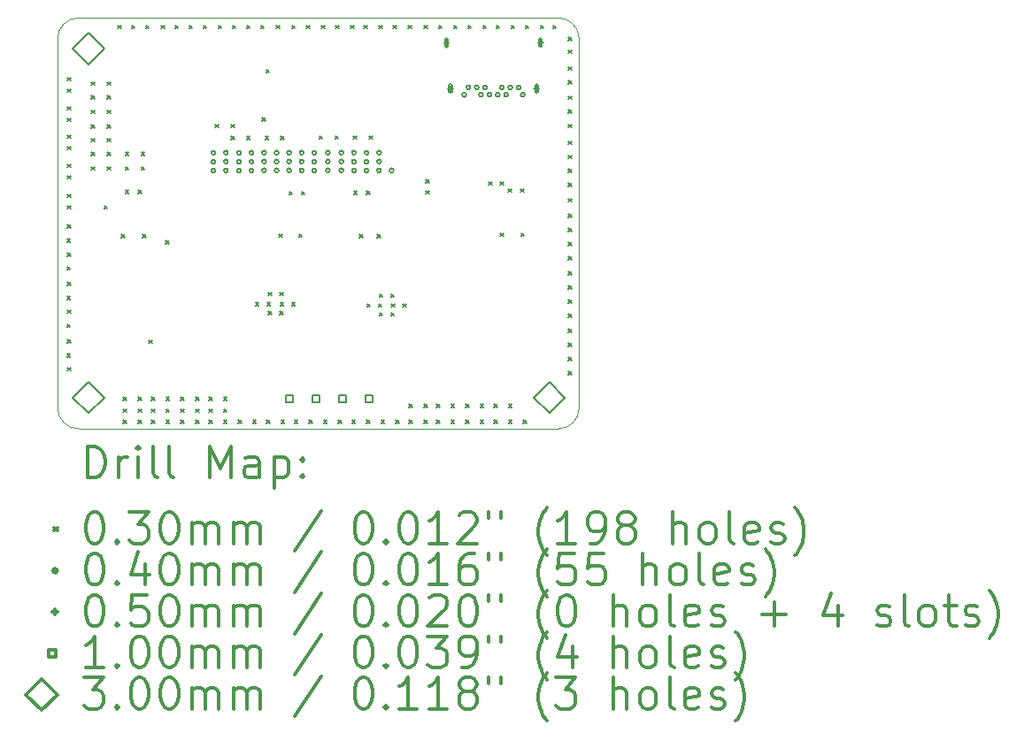
<source format=gbr>
%FSLAX45Y45*%
G04 Gerber Fmt 4.5, Leading zero omitted, Abs format (unit mm)*
G04 Created by KiCad (PCBNEW (5.1.5)-3) date 2020-04-20 22:46:28*
%MOMM*%
%LPD*%
G04 APERTURE LIST*
%TA.AperFunction,Profile*%
%ADD10C,0.050000*%
%TD*%
%ADD11C,0.200000*%
%ADD12C,0.300000*%
G04 APERTURE END LIST*
D10*
X4990000Y200000D02*
G75*
G02X4790000Y0I-200000J0D01*
G01*
X200000Y0D02*
G75*
G02X0Y200000I0J200000D01*
G01*
X0Y3735000D02*
G75*
G02X200000Y3935000I200000J0D01*
G01*
X4790000Y3935000D02*
G75*
G02X4990000Y3735000I0J-200000D01*
G01*
X4790000Y0D02*
X200000Y0D01*
X4990000Y3735000D02*
X4990000Y200000D01*
X4790000Y3935000D02*
X200000Y3935000D01*
X0Y3735000D02*
X0Y200000D01*
D11*
X90000Y1820000D02*
X120000Y1790000D01*
X120000Y1820000D02*
X90000Y1790000D01*
X90000Y1550000D02*
X120000Y1520000D01*
X120000Y1550000D02*
X90000Y1520000D01*
X90000Y1270000D02*
X120000Y1240000D01*
X120000Y1270000D02*
X90000Y1240000D01*
X90000Y1000000D02*
X120000Y970000D01*
X120000Y1000000D02*
X90000Y970000D01*
X90000Y720000D02*
X120000Y690000D01*
X120000Y720000D02*
X90000Y690000D01*
X95000Y3365000D02*
X125000Y3335000D01*
X125000Y3365000D02*
X95000Y3335000D01*
X95000Y3255000D02*
X125000Y3225000D01*
X125000Y3255000D02*
X95000Y3225000D01*
X95000Y3085000D02*
X125000Y3055000D01*
X125000Y3085000D02*
X95000Y3055000D01*
X95000Y2975000D02*
X125000Y2945000D01*
X125000Y2975000D02*
X95000Y2945000D01*
X95000Y2815000D02*
X125000Y2785000D01*
X125000Y2815000D02*
X95000Y2785000D01*
X95000Y2705000D02*
X125000Y2675000D01*
X125000Y2705000D02*
X95000Y2675000D01*
X95000Y2535000D02*
X125000Y2505000D01*
X125000Y2535000D02*
X95000Y2505000D01*
X95000Y2425000D02*
X125000Y2395000D01*
X125000Y2425000D02*
X95000Y2395000D01*
X95000Y2245000D02*
X125000Y2215000D01*
X125000Y2245000D02*
X95000Y2215000D01*
X95000Y2135000D02*
X125000Y2105000D01*
X125000Y2135000D02*
X95000Y2105000D01*
X95000Y1955000D02*
X125000Y1925000D01*
X125000Y1955000D02*
X95000Y1925000D01*
X95000Y1685000D02*
X125000Y1655000D01*
X125000Y1685000D02*
X95000Y1655000D01*
X95000Y1405000D02*
X125000Y1375000D01*
X125000Y1405000D02*
X95000Y1375000D01*
X95000Y1135000D02*
X125000Y1105000D01*
X125000Y1135000D02*
X95000Y1105000D01*
X95000Y855000D02*
X125000Y825000D01*
X125000Y855000D02*
X95000Y825000D01*
X95000Y585000D02*
X125000Y555000D01*
X125000Y585000D02*
X95000Y555000D01*
X325000Y3320000D02*
X355000Y3290000D01*
X355000Y3320000D02*
X325000Y3290000D01*
X325000Y3190000D02*
X355000Y3160000D01*
X355000Y3190000D02*
X325000Y3160000D01*
X325000Y3050000D02*
X355000Y3020000D01*
X355000Y3050000D02*
X325000Y3020000D01*
X325000Y2910000D02*
X355000Y2880000D01*
X355000Y2910000D02*
X325000Y2880000D01*
X325000Y2780000D02*
X355000Y2750000D01*
X355000Y2780000D02*
X325000Y2750000D01*
X325000Y2650000D02*
X355000Y2620000D01*
X355000Y2650000D02*
X325000Y2620000D01*
X325000Y2510000D02*
X355000Y2480000D01*
X355000Y2510000D02*
X325000Y2480000D01*
X445000Y2135000D02*
X475000Y2105000D01*
X475000Y2135000D02*
X445000Y2105000D01*
X475000Y3320000D02*
X505000Y3290000D01*
X505000Y3320000D02*
X475000Y3290000D01*
X475000Y3190000D02*
X505000Y3160000D01*
X505000Y3190000D02*
X475000Y3160000D01*
X475000Y3050000D02*
X505000Y3020000D01*
X505000Y3050000D02*
X475000Y3020000D01*
X475000Y2910000D02*
X505000Y2880000D01*
X505000Y2910000D02*
X475000Y2880000D01*
X475000Y2780000D02*
X505000Y2750000D01*
X505000Y2780000D02*
X475000Y2750000D01*
X475000Y2650000D02*
X505000Y2620000D01*
X505000Y2650000D02*
X475000Y2620000D01*
X475000Y2510000D02*
X505000Y2480000D01*
X505000Y2510000D02*
X475000Y2480000D01*
X575000Y3865000D02*
X605000Y3835000D01*
X605000Y3865000D02*
X575000Y3835000D01*
X610000Y1860000D02*
X640000Y1830000D01*
X640000Y1860000D02*
X610000Y1830000D01*
X630000Y305000D02*
X660000Y275000D01*
X660000Y305000D02*
X630000Y275000D01*
X630000Y190000D02*
X660000Y160000D01*
X660000Y190000D02*
X630000Y160000D01*
X630000Y85000D02*
X660000Y55000D01*
X660000Y85000D02*
X630000Y55000D01*
X650000Y2650000D02*
X680000Y2620000D01*
X680000Y2650000D02*
X650000Y2620000D01*
X650000Y2510000D02*
X680000Y2480000D01*
X680000Y2510000D02*
X650000Y2480000D01*
X650000Y2285000D02*
X680000Y2255000D01*
X680000Y2285000D02*
X650000Y2255000D01*
X710000Y3865000D02*
X740000Y3835000D01*
X740000Y3865000D02*
X710000Y3835000D01*
X770000Y2285000D02*
X800000Y2255000D01*
X800000Y2285000D02*
X770000Y2255000D01*
X770000Y305000D02*
X800000Y275000D01*
X800000Y305000D02*
X770000Y275000D01*
X770000Y190000D02*
X800000Y160000D01*
X800000Y190000D02*
X770000Y160000D01*
X770000Y85000D02*
X800000Y55000D01*
X800000Y85000D02*
X770000Y55000D01*
X800000Y2650000D02*
X830000Y2620000D01*
X830000Y2650000D02*
X800000Y2620000D01*
X800000Y2510000D02*
X830000Y2480000D01*
X830000Y2510000D02*
X800000Y2480000D01*
X815000Y1860000D02*
X845000Y1830000D01*
X845000Y1860000D02*
X815000Y1830000D01*
X845000Y3865000D02*
X875000Y3835000D01*
X875000Y3865000D02*
X845000Y3835000D01*
X873000Y850000D02*
X903000Y820000D01*
X903000Y850000D02*
X873000Y820000D01*
X900000Y305000D02*
X930000Y275000D01*
X930000Y305000D02*
X900000Y275000D01*
X900000Y190000D02*
X930000Y160000D01*
X930000Y190000D02*
X900000Y160000D01*
X900000Y85000D02*
X930000Y55000D01*
X930000Y85000D02*
X900000Y55000D01*
X990000Y3865000D02*
X1020000Y3835000D01*
X1020000Y3865000D02*
X990000Y3835000D01*
X1035000Y1800000D02*
X1065000Y1770000D01*
X1065000Y1800000D02*
X1035000Y1770000D01*
X1040000Y305000D02*
X1070000Y275000D01*
X1070000Y305000D02*
X1040000Y275000D01*
X1040000Y190000D02*
X1070000Y160000D01*
X1070000Y190000D02*
X1040000Y160000D01*
X1040000Y85000D02*
X1070000Y55000D01*
X1070000Y85000D02*
X1040000Y55000D01*
X1125000Y3865000D02*
X1155000Y3835000D01*
X1155000Y3865000D02*
X1125000Y3835000D01*
X1180000Y305000D02*
X1210000Y275000D01*
X1210000Y305000D02*
X1180000Y275000D01*
X1180000Y190000D02*
X1210000Y160000D01*
X1210000Y190000D02*
X1180000Y160000D01*
X1180000Y85000D02*
X1210000Y55000D01*
X1210000Y85000D02*
X1180000Y55000D01*
X1260000Y3865000D02*
X1290000Y3835000D01*
X1290000Y3865000D02*
X1260000Y3835000D01*
X1320000Y305000D02*
X1350000Y275000D01*
X1350000Y305000D02*
X1320000Y275000D01*
X1320000Y190000D02*
X1350000Y160000D01*
X1350000Y190000D02*
X1320000Y160000D01*
X1320000Y85000D02*
X1350000Y55000D01*
X1350000Y85000D02*
X1320000Y55000D01*
X1395000Y3865000D02*
X1425000Y3835000D01*
X1425000Y3865000D02*
X1395000Y3835000D01*
X1450000Y305000D02*
X1480000Y275000D01*
X1480000Y305000D02*
X1450000Y275000D01*
X1450000Y190000D02*
X1480000Y160000D01*
X1480000Y190000D02*
X1450000Y160000D01*
X1450000Y85000D02*
X1480000Y55000D01*
X1480000Y85000D02*
X1450000Y55000D01*
X1510000Y2915000D02*
X1540000Y2885000D01*
X1540000Y2915000D02*
X1510000Y2885000D01*
X1540000Y3865000D02*
X1570000Y3835000D01*
X1570000Y3865000D02*
X1540000Y3835000D01*
X1590000Y305000D02*
X1620000Y275000D01*
X1620000Y305000D02*
X1590000Y275000D01*
X1590000Y190000D02*
X1620000Y160000D01*
X1620000Y190000D02*
X1590000Y160000D01*
X1590000Y85000D02*
X1620000Y55000D01*
X1620000Y85000D02*
X1590000Y55000D01*
X1660000Y2915000D02*
X1690000Y2885000D01*
X1690000Y2915000D02*
X1660000Y2885000D01*
X1660000Y2800000D02*
X1690000Y2770000D01*
X1690000Y2800000D02*
X1660000Y2770000D01*
X1675000Y3865000D02*
X1705000Y3835000D01*
X1705000Y3865000D02*
X1675000Y3835000D01*
X1730000Y85000D02*
X1760000Y55000D01*
X1760000Y85000D02*
X1730000Y55000D01*
X1810000Y3865000D02*
X1840000Y3835000D01*
X1840000Y3865000D02*
X1810000Y3835000D01*
X1810000Y2800000D02*
X1840000Y2770000D01*
X1840000Y2800000D02*
X1810000Y2770000D01*
X1870000Y85000D02*
X1900000Y55000D01*
X1900000Y85000D02*
X1870000Y55000D01*
X1895000Y1210000D02*
X1925000Y1180000D01*
X1925000Y1210000D02*
X1895000Y1180000D01*
X1945000Y3865000D02*
X1975000Y3835000D01*
X1975000Y3865000D02*
X1945000Y3835000D01*
X1955000Y2980000D02*
X1985000Y2950000D01*
X1985000Y2980000D02*
X1955000Y2950000D01*
X1985000Y2800000D02*
X2015000Y2770000D01*
X2015000Y2800000D02*
X1985000Y2770000D01*
X1995000Y3440000D02*
X2025000Y3410000D01*
X2025000Y3440000D02*
X1995000Y3410000D01*
X2000000Y85000D02*
X2030000Y55000D01*
X2030000Y85000D02*
X2000000Y55000D01*
X2005000Y1210000D02*
X2035000Y1180000D01*
X2035000Y1210000D02*
X2005000Y1180000D01*
X2015000Y1305000D02*
X2045000Y1275000D01*
X2045000Y1305000D02*
X2015000Y1275000D01*
X2015000Y1125000D02*
X2045000Y1095000D01*
X2045000Y1125000D02*
X2015000Y1095000D01*
X2095000Y3865000D02*
X2125000Y3835000D01*
X2125000Y3865000D02*
X2095000Y3835000D01*
X2120000Y1865000D02*
X2150000Y1835000D01*
X2150000Y1865000D02*
X2120000Y1835000D01*
X2125000Y1305000D02*
X2155000Y1275000D01*
X2155000Y1305000D02*
X2125000Y1275000D01*
X2125000Y1125000D02*
X2155000Y1095000D01*
X2155000Y1125000D02*
X2125000Y1095000D01*
X2130000Y1210000D02*
X2160000Y1180000D01*
X2160000Y1210000D02*
X2130000Y1180000D01*
X2135000Y2800000D02*
X2165000Y2770000D01*
X2165000Y2800000D02*
X2135000Y2770000D01*
X2140000Y85000D02*
X2170000Y55000D01*
X2170000Y85000D02*
X2140000Y55000D01*
X2215000Y2270000D02*
X2245000Y2240000D01*
X2245000Y2270000D02*
X2215000Y2240000D01*
X2240000Y3865000D02*
X2270000Y3835000D01*
X2270000Y3865000D02*
X2240000Y3835000D01*
X2240000Y1210000D02*
X2270000Y1180000D01*
X2270000Y1210000D02*
X2240000Y1180000D01*
X2265000Y85000D02*
X2295000Y55000D01*
X2295000Y85000D02*
X2265000Y55000D01*
X2310000Y1865000D02*
X2340000Y1835000D01*
X2340000Y1865000D02*
X2310000Y1835000D01*
X2335000Y2270000D02*
X2365000Y2240000D01*
X2365000Y2270000D02*
X2335000Y2240000D01*
X2380000Y3865000D02*
X2410000Y3835000D01*
X2410000Y3865000D02*
X2380000Y3835000D01*
X2405000Y85000D02*
X2435000Y55000D01*
X2435000Y85000D02*
X2405000Y55000D01*
X2505000Y2805000D02*
X2535000Y2775000D01*
X2535000Y2805000D02*
X2505000Y2775000D01*
X2525000Y3865000D02*
X2555000Y3835000D01*
X2555000Y3865000D02*
X2525000Y3835000D01*
X2545000Y85000D02*
X2575000Y55000D01*
X2575000Y85000D02*
X2545000Y55000D01*
X2655000Y2805000D02*
X2685000Y2775000D01*
X2685000Y2805000D02*
X2655000Y2775000D01*
X2660000Y3865000D02*
X2690000Y3835000D01*
X2690000Y3865000D02*
X2660000Y3835000D01*
X2685000Y85000D02*
X2715000Y55000D01*
X2715000Y85000D02*
X2685000Y55000D01*
X2805000Y3865000D02*
X2835000Y3835000D01*
X2835000Y3865000D02*
X2805000Y3835000D01*
X2815000Y85000D02*
X2845000Y55000D01*
X2845000Y85000D02*
X2815000Y55000D01*
X2830000Y2805000D02*
X2860000Y2775000D01*
X2860000Y2805000D02*
X2830000Y2775000D01*
X2835000Y2275000D02*
X2865000Y2245000D01*
X2865000Y2275000D02*
X2835000Y2245000D01*
X2890000Y1860000D02*
X2920000Y1830000D01*
X2920000Y1860000D02*
X2890000Y1830000D01*
X2930000Y3865000D02*
X2960000Y3835000D01*
X2960000Y3865000D02*
X2930000Y3835000D01*
X2955000Y2275000D02*
X2985000Y2245000D01*
X2985000Y2275000D02*
X2955000Y2245000D01*
X2955000Y85000D02*
X2985000Y55000D01*
X2985000Y85000D02*
X2955000Y55000D01*
X2960000Y1195000D02*
X2990000Y1165000D01*
X2990000Y1195000D02*
X2960000Y1165000D01*
X2980000Y2805000D02*
X3010000Y2775000D01*
X3010000Y2805000D02*
X2980000Y2775000D01*
X3060000Y1860000D02*
X3090000Y1830000D01*
X3090000Y1860000D02*
X3060000Y1830000D01*
X3070000Y1195000D02*
X3100000Y1165000D01*
X3100000Y1195000D02*
X3070000Y1165000D01*
X3075000Y3865000D02*
X3105000Y3835000D01*
X3105000Y3865000D02*
X3075000Y3835000D01*
X3080000Y1290000D02*
X3110000Y1260000D01*
X3110000Y1290000D02*
X3080000Y1260000D01*
X3080000Y1110000D02*
X3110000Y1080000D01*
X3110000Y1110000D02*
X3080000Y1080000D01*
X3095000Y85000D02*
X3125000Y55000D01*
X3125000Y85000D02*
X3095000Y55000D01*
X3190000Y1290000D02*
X3220000Y1260000D01*
X3220000Y1290000D02*
X3190000Y1260000D01*
X3190000Y1110000D02*
X3220000Y1080000D01*
X3220000Y1110000D02*
X3190000Y1080000D01*
X3195000Y1195000D02*
X3225000Y1165000D01*
X3225000Y1195000D02*
X3195000Y1165000D01*
X3210000Y3865000D02*
X3240000Y3835000D01*
X3240000Y3865000D02*
X3210000Y3835000D01*
X3235000Y85000D02*
X3265000Y55000D01*
X3265000Y85000D02*
X3235000Y55000D01*
X3305000Y1195000D02*
X3335000Y1165000D01*
X3335000Y1195000D02*
X3305000Y1165000D01*
X3355000Y3865000D02*
X3385000Y3835000D01*
X3385000Y3865000D02*
X3355000Y3835000D01*
X3365000Y235000D02*
X3395000Y205000D01*
X3395000Y235000D02*
X3365000Y205000D01*
X3365000Y85000D02*
X3395000Y55000D01*
X3395000Y85000D02*
X3365000Y55000D01*
X3505000Y3865000D02*
X3535000Y3835000D01*
X3535000Y3865000D02*
X3505000Y3835000D01*
X3505000Y235000D02*
X3535000Y205000D01*
X3535000Y235000D02*
X3505000Y205000D01*
X3505000Y85000D02*
X3535000Y55000D01*
X3535000Y85000D02*
X3505000Y55000D01*
X3525000Y2385000D02*
X3555000Y2355000D01*
X3555000Y2385000D02*
X3525000Y2355000D01*
X3525000Y2280000D02*
X3555000Y2250000D01*
X3555000Y2280000D02*
X3525000Y2250000D01*
X3625000Y235000D02*
X3655000Y205000D01*
X3655000Y235000D02*
X3625000Y205000D01*
X3625000Y85000D02*
X3655000Y55000D01*
X3655000Y85000D02*
X3625000Y55000D01*
X3645000Y3865000D02*
X3675000Y3835000D01*
X3675000Y3865000D02*
X3645000Y3835000D01*
X3765000Y235000D02*
X3795000Y205000D01*
X3795000Y235000D02*
X3765000Y205000D01*
X3765000Y85000D02*
X3795000Y55000D01*
X3795000Y85000D02*
X3765000Y55000D01*
X3790000Y3865000D02*
X3820000Y3835000D01*
X3820000Y3865000D02*
X3790000Y3835000D01*
X3905000Y235000D02*
X3935000Y205000D01*
X3935000Y235000D02*
X3905000Y205000D01*
X3905000Y85000D02*
X3935000Y55000D01*
X3935000Y85000D02*
X3905000Y55000D01*
X3925000Y3865000D02*
X3955000Y3835000D01*
X3955000Y3865000D02*
X3925000Y3835000D01*
X4045000Y235000D02*
X4075000Y205000D01*
X4075000Y235000D02*
X4045000Y205000D01*
X4045000Y85000D02*
X4075000Y55000D01*
X4075000Y85000D02*
X4045000Y55000D01*
X4070000Y3865000D02*
X4100000Y3835000D01*
X4100000Y3865000D02*
X4070000Y3835000D01*
X4125000Y2365000D02*
X4155000Y2335000D01*
X4155000Y2365000D02*
X4125000Y2335000D01*
X4175000Y235000D02*
X4205000Y205000D01*
X4205000Y235000D02*
X4175000Y205000D01*
X4175000Y85000D02*
X4205000Y55000D01*
X4205000Y85000D02*
X4175000Y55000D01*
X4195000Y3865000D02*
X4225000Y3835000D01*
X4225000Y3865000D02*
X4195000Y3835000D01*
X4235000Y2365000D02*
X4265000Y2335000D01*
X4265000Y2365000D02*
X4235000Y2335000D01*
X4235000Y1875000D02*
X4265000Y1845000D01*
X4265000Y1875000D02*
X4235000Y1845000D01*
X4310000Y2295000D02*
X4340000Y2265000D01*
X4340000Y2295000D02*
X4310000Y2265000D01*
X4315000Y235000D02*
X4345000Y205000D01*
X4345000Y235000D02*
X4315000Y205000D01*
X4315000Y85000D02*
X4345000Y55000D01*
X4345000Y85000D02*
X4315000Y55000D01*
X4340000Y3865000D02*
X4370000Y3835000D01*
X4370000Y3865000D02*
X4340000Y3835000D01*
X4430000Y2295000D02*
X4460000Y2265000D01*
X4460000Y2295000D02*
X4430000Y2265000D01*
X4435000Y1875000D02*
X4465000Y1845000D01*
X4465000Y1875000D02*
X4435000Y1845000D01*
X4455000Y85000D02*
X4485000Y55000D01*
X4485000Y85000D02*
X4455000Y55000D01*
X4475000Y3865000D02*
X4505000Y3835000D01*
X4505000Y3865000D02*
X4475000Y3835000D01*
X4620000Y3865000D02*
X4650000Y3835000D01*
X4650000Y3865000D02*
X4620000Y3835000D01*
X4740000Y3865000D02*
X4770000Y3835000D01*
X4770000Y3865000D02*
X4740000Y3835000D01*
X4885000Y3750000D02*
X4915000Y3720000D01*
X4915000Y3750000D02*
X4885000Y3720000D01*
X4885000Y3625000D02*
X4915000Y3595000D01*
X4915000Y3625000D02*
X4885000Y3595000D01*
X4885000Y3465000D02*
X4915000Y3435000D01*
X4915000Y3465000D02*
X4885000Y3435000D01*
X4885000Y3335000D02*
X4915000Y3305000D01*
X4915000Y3335000D02*
X4885000Y3305000D01*
X4885000Y3185000D02*
X4915000Y3155000D01*
X4915000Y3185000D02*
X4885000Y3155000D01*
X4885000Y3055000D02*
X4915000Y3025000D01*
X4915000Y3055000D02*
X4885000Y3025000D01*
X4885000Y2915000D02*
X4915000Y2885000D01*
X4915000Y2915000D02*
X4885000Y2885000D01*
X4885000Y2755000D02*
X4915000Y2725000D01*
X4915000Y2755000D02*
X4885000Y2725000D01*
X4885000Y2620000D02*
X4915000Y2590000D01*
X4915000Y2620000D02*
X4885000Y2590000D01*
X4885000Y2485000D02*
X4915000Y2455000D01*
X4915000Y2485000D02*
X4885000Y2455000D01*
X4885000Y2350000D02*
X4915000Y2320000D01*
X4915000Y2350000D02*
X4885000Y2320000D01*
X4885000Y2205000D02*
X4915000Y2175000D01*
X4915000Y2205000D02*
X4885000Y2175000D01*
X4885000Y2055000D02*
X4915000Y2025000D01*
X4915000Y2055000D02*
X4885000Y2025000D01*
X4885000Y1920000D02*
X4915000Y1890000D01*
X4915000Y1920000D02*
X4885000Y1890000D01*
X4885000Y1785000D02*
X4915000Y1755000D01*
X4915000Y1785000D02*
X4885000Y1755000D01*
X4885000Y1650000D02*
X4915000Y1620000D01*
X4915000Y1650000D02*
X4885000Y1620000D01*
X4885000Y1505000D02*
X4915000Y1475000D01*
X4915000Y1505000D02*
X4885000Y1475000D01*
X4885000Y1370000D02*
X4915000Y1340000D01*
X4915000Y1370000D02*
X4885000Y1340000D01*
X4885000Y1235000D02*
X4915000Y1205000D01*
X4915000Y1235000D02*
X4885000Y1205000D01*
X4885000Y1100000D02*
X4915000Y1070000D01*
X4915000Y1100000D02*
X4885000Y1070000D01*
X4885000Y955000D02*
X4915000Y925000D01*
X4915000Y955000D02*
X4885000Y925000D01*
X4885000Y820000D02*
X4915000Y790000D01*
X4915000Y820000D02*
X4885000Y790000D01*
X4885000Y685000D02*
X4915000Y655000D01*
X4915000Y685000D02*
X4885000Y655000D01*
X4885000Y550000D02*
X4915000Y520000D01*
X4915000Y550000D02*
X4885000Y520000D01*
X1510000Y2644104D02*
G75*
G03X1510000Y2644104I-20000J0D01*
G01*
X1510000Y2559104D02*
G75*
G03X1510000Y2559104I-20000J0D01*
G01*
X1510000Y2474104D02*
G75*
G03X1510000Y2474104I-20000J0D01*
G01*
X1630000Y2644104D02*
G75*
G03X1630000Y2644104I-20000J0D01*
G01*
X1630000Y2559104D02*
G75*
G03X1630000Y2559104I-20000J0D01*
G01*
X1630000Y2474104D02*
G75*
G03X1630000Y2474104I-20000J0D01*
G01*
X1755000Y2644104D02*
G75*
G03X1755000Y2644104I-20000J0D01*
G01*
X1755000Y2559104D02*
G75*
G03X1755000Y2559104I-20000J0D01*
G01*
X1755000Y2474104D02*
G75*
G03X1755000Y2474104I-20000J0D01*
G01*
X1875000Y2644104D02*
G75*
G03X1875000Y2644104I-20000J0D01*
G01*
X1875000Y2559104D02*
G75*
G03X1875000Y2559104I-20000J0D01*
G01*
X1875000Y2474104D02*
G75*
G03X1875000Y2474104I-20000J0D01*
G01*
X1995000Y2644104D02*
G75*
G03X1995000Y2644104I-20000J0D01*
G01*
X1995000Y2559104D02*
G75*
G03X1995000Y2559104I-20000J0D01*
G01*
X1995000Y2474104D02*
G75*
G03X1995000Y2474104I-20000J0D01*
G01*
X2115000Y2644104D02*
G75*
G03X2115000Y2644104I-20000J0D01*
G01*
X2115000Y2559104D02*
G75*
G03X2115000Y2559104I-20000J0D01*
G01*
X2115000Y2474104D02*
G75*
G03X2115000Y2474104I-20000J0D01*
G01*
X2235000Y2644104D02*
G75*
G03X2235000Y2644104I-20000J0D01*
G01*
X2235000Y2559104D02*
G75*
G03X2235000Y2559104I-20000J0D01*
G01*
X2235000Y2474104D02*
G75*
G03X2235000Y2474104I-20000J0D01*
G01*
X2355000Y2644104D02*
G75*
G03X2355000Y2644104I-20000J0D01*
G01*
X2355000Y2559104D02*
G75*
G03X2355000Y2559104I-20000J0D01*
G01*
X2355000Y2474104D02*
G75*
G03X2355000Y2474104I-20000J0D01*
G01*
X2475000Y2644104D02*
G75*
G03X2475000Y2644104I-20000J0D01*
G01*
X2475000Y2559104D02*
G75*
G03X2475000Y2559104I-20000J0D01*
G01*
X2475000Y2474104D02*
G75*
G03X2475000Y2474104I-20000J0D01*
G01*
X2605000Y2644104D02*
G75*
G03X2605000Y2644104I-20000J0D01*
G01*
X2605000Y2559104D02*
G75*
G03X2605000Y2559104I-20000J0D01*
G01*
X2605000Y2474104D02*
G75*
G03X2605000Y2474104I-20000J0D01*
G01*
X2735000Y2644104D02*
G75*
G03X2735000Y2644104I-20000J0D01*
G01*
X2735000Y2559104D02*
G75*
G03X2735000Y2559104I-20000J0D01*
G01*
X2735000Y2474104D02*
G75*
G03X2735000Y2474104I-20000J0D01*
G01*
X2855000Y2644104D02*
G75*
G03X2855000Y2644104I-20000J0D01*
G01*
X2855000Y2559104D02*
G75*
G03X2855000Y2559104I-20000J0D01*
G01*
X2855000Y2474104D02*
G75*
G03X2855000Y2474104I-20000J0D01*
G01*
X2975000Y2644104D02*
G75*
G03X2975000Y2644104I-20000J0D01*
G01*
X2975000Y2559104D02*
G75*
G03X2975000Y2559104I-20000J0D01*
G01*
X2975000Y2474104D02*
G75*
G03X2975000Y2474104I-20000J0D01*
G01*
X3095000Y2644104D02*
G75*
G03X3095000Y2644104I-20000J0D01*
G01*
X3095000Y2559104D02*
G75*
G03X3095000Y2559104I-20000J0D01*
G01*
X3095000Y2474104D02*
G75*
G03X3095000Y2474104I-20000J0D01*
G01*
X3215000Y2474104D02*
G75*
G03X3215000Y2474104I-20000J0D01*
G01*
X3910000Y3199000D02*
G75*
G03X3910000Y3199000I-20000J0D01*
G01*
X3950000Y3269000D02*
G75*
G03X3950000Y3269000I-20000J0D01*
G01*
X4030000Y3269000D02*
G75*
G03X4030000Y3269000I-20000J0D01*
G01*
X4070000Y3199000D02*
G75*
G03X4070000Y3199000I-20000J0D01*
G01*
X4110000Y3269000D02*
G75*
G03X4110000Y3269000I-20000J0D01*
G01*
X4150000Y3199000D02*
G75*
G03X4150000Y3199000I-20000J0D01*
G01*
X4230000Y3199000D02*
G75*
G03X4230000Y3199000I-20000J0D01*
G01*
X4270000Y3269000D02*
G75*
G03X4270000Y3269000I-20000J0D01*
G01*
X4310000Y3199000D02*
G75*
G03X4310000Y3199000I-20000J0D01*
G01*
X4350000Y3269000D02*
G75*
G03X4350000Y3269000I-20000J0D01*
G01*
X4430000Y3269000D02*
G75*
G03X4430000Y3269000I-20000J0D01*
G01*
X4470000Y3199000D02*
G75*
G03X4470000Y3199000I-20000J0D01*
G01*
X3721000Y3723000D02*
X3721000Y3673000D01*
X3696000Y3698000D02*
X3746000Y3698000D01*
X3736000Y3668000D02*
X3736000Y3728000D01*
X3706000Y3668000D02*
X3706000Y3728000D01*
X3736000Y3728000D02*
G75*
G03X3706000Y3728000I-15000J0D01*
G01*
X3706000Y3668000D02*
G75*
G03X3736000Y3668000I15000J0D01*
G01*
X3757000Y3284000D02*
X3757000Y3234000D01*
X3732000Y3259000D02*
X3782000Y3259000D01*
X3772000Y3229000D02*
X3772000Y3289000D01*
X3742000Y3229000D02*
X3742000Y3289000D01*
X3772000Y3289000D02*
G75*
G03X3742000Y3289000I-15000J0D01*
G01*
X3742000Y3229000D02*
G75*
G03X3772000Y3229000I15000J0D01*
G01*
X4583000Y3284000D02*
X4583000Y3234000D01*
X4558000Y3259000D02*
X4608000Y3259000D01*
X4598000Y3229000D02*
X4598000Y3289000D01*
X4568000Y3229000D02*
X4568000Y3289000D01*
X4598000Y3289000D02*
G75*
G03X4568000Y3289000I-15000J0D01*
G01*
X4568000Y3229000D02*
G75*
G03X4598000Y3229000I15000J0D01*
G01*
X4619000Y3723000D02*
X4619000Y3673000D01*
X4594000Y3698000D02*
X4644000Y3698000D01*
X4634000Y3668000D02*
X4634000Y3728000D01*
X4604000Y3668000D02*
X4604000Y3728000D01*
X4634000Y3728000D02*
G75*
G03X4604000Y3728000I-15000J0D01*
G01*
X4604000Y3668000D02*
G75*
G03X4634000Y3668000I15000J0D01*
G01*
X2253356Y254644D02*
X2253356Y325356D01*
X2182644Y325356D01*
X2182644Y254644D01*
X2253356Y254644D01*
X2507356Y254644D02*
X2507356Y325356D01*
X2436644Y325356D01*
X2436644Y254644D01*
X2507356Y254644D01*
X2761356Y254644D02*
X2761356Y325356D01*
X2690644Y325356D01*
X2690644Y254644D01*
X2761356Y254644D01*
X3015356Y254644D02*
X3015356Y325356D01*
X2944644Y325356D01*
X2944644Y254644D01*
X3015356Y254644D01*
X295000Y3490000D02*
X445000Y3640000D01*
X295000Y3790000D01*
X145000Y3640000D01*
X295000Y3490000D01*
X295000Y150000D02*
X445000Y300000D01*
X295000Y450000D01*
X145000Y300000D01*
X295000Y150000D01*
X4705000Y150000D02*
X4855000Y300000D01*
X4705000Y450000D01*
X4555000Y300000D01*
X4705000Y150000D01*
D12*
X283928Y-468214D02*
X283928Y-168214D01*
X355357Y-168214D01*
X398214Y-182500D01*
X426786Y-211071D01*
X441071Y-239643D01*
X455357Y-296786D01*
X455357Y-339643D01*
X441071Y-396786D01*
X426786Y-425357D01*
X398214Y-453929D01*
X355357Y-468214D01*
X283928Y-468214D01*
X583928Y-468214D02*
X583928Y-268214D01*
X583928Y-325357D02*
X598214Y-296786D01*
X612500Y-282500D01*
X641071Y-268214D01*
X669643Y-268214D01*
X769643Y-468214D02*
X769643Y-268214D01*
X769643Y-168214D02*
X755357Y-182500D01*
X769643Y-196786D01*
X783928Y-182500D01*
X769643Y-168214D01*
X769643Y-196786D01*
X955357Y-468214D02*
X926786Y-453929D01*
X912500Y-425357D01*
X912500Y-168214D01*
X1112500Y-468214D02*
X1083928Y-453929D01*
X1069643Y-425357D01*
X1069643Y-168214D01*
X1455357Y-468214D02*
X1455357Y-168214D01*
X1555357Y-382500D01*
X1655357Y-168214D01*
X1655357Y-468214D01*
X1926786Y-468214D02*
X1926786Y-311072D01*
X1912500Y-282500D01*
X1883928Y-268214D01*
X1826786Y-268214D01*
X1798214Y-282500D01*
X1926786Y-453929D02*
X1898214Y-468214D01*
X1826786Y-468214D01*
X1798214Y-453929D01*
X1783928Y-425357D01*
X1783928Y-396786D01*
X1798214Y-368214D01*
X1826786Y-353929D01*
X1898214Y-353929D01*
X1926786Y-339643D01*
X2069643Y-268214D02*
X2069643Y-568214D01*
X2069643Y-282500D02*
X2098214Y-268214D01*
X2155357Y-268214D01*
X2183928Y-282500D01*
X2198214Y-296786D01*
X2212500Y-325357D01*
X2212500Y-411071D01*
X2198214Y-439643D01*
X2183928Y-453929D01*
X2155357Y-468214D01*
X2098214Y-468214D01*
X2069643Y-453929D01*
X2341071Y-439643D02*
X2355357Y-453929D01*
X2341071Y-468214D01*
X2326786Y-453929D01*
X2341071Y-439643D01*
X2341071Y-468214D01*
X2341071Y-282500D02*
X2355357Y-296786D01*
X2341071Y-311072D01*
X2326786Y-296786D01*
X2341071Y-282500D01*
X2341071Y-311072D01*
X-32500Y-947500D02*
X-2500Y-977500D01*
X-2500Y-947500D02*
X-32500Y-977500D01*
X341071Y-798214D02*
X369643Y-798214D01*
X398214Y-812500D01*
X412500Y-826786D01*
X426786Y-855357D01*
X441071Y-912500D01*
X441071Y-983929D01*
X426786Y-1041071D01*
X412500Y-1069643D01*
X398214Y-1083929D01*
X369643Y-1098214D01*
X341071Y-1098214D01*
X312500Y-1083929D01*
X298214Y-1069643D01*
X283928Y-1041071D01*
X269643Y-983929D01*
X269643Y-912500D01*
X283928Y-855357D01*
X298214Y-826786D01*
X312500Y-812500D01*
X341071Y-798214D01*
X569643Y-1069643D02*
X583928Y-1083929D01*
X569643Y-1098214D01*
X555357Y-1083929D01*
X569643Y-1069643D01*
X569643Y-1098214D01*
X683928Y-798214D02*
X869643Y-798214D01*
X769643Y-912500D01*
X812500Y-912500D01*
X841071Y-926786D01*
X855357Y-941071D01*
X869643Y-969643D01*
X869643Y-1041071D01*
X855357Y-1069643D01*
X841071Y-1083929D01*
X812500Y-1098214D01*
X726786Y-1098214D01*
X698214Y-1083929D01*
X683928Y-1069643D01*
X1055357Y-798214D02*
X1083928Y-798214D01*
X1112500Y-812500D01*
X1126786Y-826786D01*
X1141071Y-855357D01*
X1155357Y-912500D01*
X1155357Y-983929D01*
X1141071Y-1041071D01*
X1126786Y-1069643D01*
X1112500Y-1083929D01*
X1083928Y-1098214D01*
X1055357Y-1098214D01*
X1026786Y-1083929D01*
X1012500Y-1069643D01*
X998214Y-1041071D01*
X983928Y-983929D01*
X983928Y-912500D01*
X998214Y-855357D01*
X1012500Y-826786D01*
X1026786Y-812500D01*
X1055357Y-798214D01*
X1283928Y-1098214D02*
X1283928Y-898214D01*
X1283928Y-926786D02*
X1298214Y-912500D01*
X1326786Y-898214D01*
X1369643Y-898214D01*
X1398214Y-912500D01*
X1412500Y-941071D01*
X1412500Y-1098214D01*
X1412500Y-941071D02*
X1426786Y-912500D01*
X1455357Y-898214D01*
X1498214Y-898214D01*
X1526786Y-912500D01*
X1541071Y-941071D01*
X1541071Y-1098214D01*
X1683928Y-1098214D02*
X1683928Y-898214D01*
X1683928Y-926786D02*
X1698214Y-912500D01*
X1726786Y-898214D01*
X1769643Y-898214D01*
X1798214Y-912500D01*
X1812500Y-941071D01*
X1812500Y-1098214D01*
X1812500Y-941071D02*
X1826786Y-912500D01*
X1855357Y-898214D01*
X1898214Y-898214D01*
X1926786Y-912500D01*
X1941071Y-941071D01*
X1941071Y-1098214D01*
X2526786Y-783929D02*
X2269643Y-1169643D01*
X2912500Y-798214D02*
X2941071Y-798214D01*
X2969643Y-812500D01*
X2983928Y-826786D01*
X2998214Y-855357D01*
X3012500Y-912500D01*
X3012500Y-983929D01*
X2998214Y-1041071D01*
X2983928Y-1069643D01*
X2969643Y-1083929D01*
X2941071Y-1098214D01*
X2912500Y-1098214D01*
X2883928Y-1083929D01*
X2869643Y-1069643D01*
X2855357Y-1041071D01*
X2841071Y-983929D01*
X2841071Y-912500D01*
X2855357Y-855357D01*
X2869643Y-826786D01*
X2883928Y-812500D01*
X2912500Y-798214D01*
X3141071Y-1069643D02*
X3155357Y-1083929D01*
X3141071Y-1098214D01*
X3126786Y-1083929D01*
X3141071Y-1069643D01*
X3141071Y-1098214D01*
X3341071Y-798214D02*
X3369643Y-798214D01*
X3398214Y-812500D01*
X3412500Y-826786D01*
X3426786Y-855357D01*
X3441071Y-912500D01*
X3441071Y-983929D01*
X3426786Y-1041071D01*
X3412500Y-1069643D01*
X3398214Y-1083929D01*
X3369643Y-1098214D01*
X3341071Y-1098214D01*
X3312500Y-1083929D01*
X3298214Y-1069643D01*
X3283928Y-1041071D01*
X3269643Y-983929D01*
X3269643Y-912500D01*
X3283928Y-855357D01*
X3298214Y-826786D01*
X3312500Y-812500D01*
X3341071Y-798214D01*
X3726786Y-1098214D02*
X3555357Y-1098214D01*
X3641071Y-1098214D02*
X3641071Y-798214D01*
X3612500Y-841071D01*
X3583928Y-869643D01*
X3555357Y-883929D01*
X3841071Y-826786D02*
X3855357Y-812500D01*
X3883928Y-798214D01*
X3955357Y-798214D01*
X3983928Y-812500D01*
X3998214Y-826786D01*
X4012500Y-855357D01*
X4012500Y-883929D01*
X3998214Y-926786D01*
X3826786Y-1098214D01*
X4012500Y-1098214D01*
X4126786Y-798214D02*
X4126786Y-855357D01*
X4241071Y-798214D02*
X4241071Y-855357D01*
X4683928Y-1212500D02*
X4669643Y-1198214D01*
X4641071Y-1155357D01*
X4626786Y-1126786D01*
X4612500Y-1083929D01*
X4598214Y-1012500D01*
X4598214Y-955357D01*
X4612500Y-883929D01*
X4626786Y-841071D01*
X4641071Y-812500D01*
X4669643Y-769643D01*
X4683928Y-755357D01*
X4955357Y-1098214D02*
X4783928Y-1098214D01*
X4869643Y-1098214D02*
X4869643Y-798214D01*
X4841071Y-841071D01*
X4812500Y-869643D01*
X4783928Y-883929D01*
X5098214Y-1098214D02*
X5155357Y-1098214D01*
X5183928Y-1083929D01*
X5198214Y-1069643D01*
X5226786Y-1026786D01*
X5241071Y-969643D01*
X5241071Y-855357D01*
X5226786Y-826786D01*
X5212500Y-812500D01*
X5183928Y-798214D01*
X5126786Y-798214D01*
X5098214Y-812500D01*
X5083928Y-826786D01*
X5069643Y-855357D01*
X5069643Y-926786D01*
X5083928Y-955357D01*
X5098214Y-969643D01*
X5126786Y-983929D01*
X5183928Y-983929D01*
X5212500Y-969643D01*
X5226786Y-955357D01*
X5241071Y-926786D01*
X5412500Y-926786D02*
X5383928Y-912500D01*
X5369643Y-898214D01*
X5355357Y-869643D01*
X5355357Y-855357D01*
X5369643Y-826786D01*
X5383928Y-812500D01*
X5412500Y-798214D01*
X5469643Y-798214D01*
X5498214Y-812500D01*
X5512500Y-826786D01*
X5526786Y-855357D01*
X5526786Y-869643D01*
X5512500Y-898214D01*
X5498214Y-912500D01*
X5469643Y-926786D01*
X5412500Y-926786D01*
X5383928Y-941071D01*
X5369643Y-955357D01*
X5355357Y-983929D01*
X5355357Y-1041071D01*
X5369643Y-1069643D01*
X5383928Y-1083929D01*
X5412500Y-1098214D01*
X5469643Y-1098214D01*
X5498214Y-1083929D01*
X5512500Y-1069643D01*
X5526786Y-1041071D01*
X5526786Y-983929D01*
X5512500Y-955357D01*
X5498214Y-941071D01*
X5469643Y-926786D01*
X5883928Y-1098214D02*
X5883928Y-798214D01*
X6012500Y-1098214D02*
X6012500Y-941071D01*
X5998214Y-912500D01*
X5969643Y-898214D01*
X5926786Y-898214D01*
X5898214Y-912500D01*
X5883928Y-926786D01*
X6198214Y-1098214D02*
X6169643Y-1083929D01*
X6155357Y-1069643D01*
X6141071Y-1041071D01*
X6141071Y-955357D01*
X6155357Y-926786D01*
X6169643Y-912500D01*
X6198214Y-898214D01*
X6241071Y-898214D01*
X6269643Y-912500D01*
X6283928Y-926786D01*
X6298214Y-955357D01*
X6298214Y-1041071D01*
X6283928Y-1069643D01*
X6269643Y-1083929D01*
X6241071Y-1098214D01*
X6198214Y-1098214D01*
X6469643Y-1098214D02*
X6441071Y-1083929D01*
X6426786Y-1055357D01*
X6426786Y-798214D01*
X6698214Y-1083929D02*
X6669643Y-1098214D01*
X6612500Y-1098214D01*
X6583928Y-1083929D01*
X6569643Y-1055357D01*
X6569643Y-941071D01*
X6583928Y-912500D01*
X6612500Y-898214D01*
X6669643Y-898214D01*
X6698214Y-912500D01*
X6712500Y-941071D01*
X6712500Y-969643D01*
X6569643Y-998214D01*
X6826786Y-1083929D02*
X6855357Y-1098214D01*
X6912500Y-1098214D01*
X6941071Y-1083929D01*
X6955357Y-1055357D01*
X6955357Y-1041071D01*
X6941071Y-1012500D01*
X6912500Y-998214D01*
X6869643Y-998214D01*
X6841071Y-983929D01*
X6826786Y-955357D01*
X6826786Y-941071D01*
X6841071Y-912500D01*
X6869643Y-898214D01*
X6912500Y-898214D01*
X6941071Y-912500D01*
X7055357Y-1212500D02*
X7069643Y-1198214D01*
X7098214Y-1155357D01*
X7112500Y-1126786D01*
X7126786Y-1083929D01*
X7141071Y-1012500D01*
X7141071Y-955357D01*
X7126786Y-883929D01*
X7112500Y-841071D01*
X7098214Y-812500D01*
X7069643Y-769643D01*
X7055357Y-755357D01*
X-2500Y-1358500D02*
G75*
G03X-2500Y-1358500I-20000J0D01*
G01*
X341071Y-1194214D02*
X369643Y-1194214D01*
X398214Y-1208500D01*
X412500Y-1222786D01*
X426786Y-1251357D01*
X441071Y-1308500D01*
X441071Y-1379929D01*
X426786Y-1437071D01*
X412500Y-1465643D01*
X398214Y-1479929D01*
X369643Y-1494214D01*
X341071Y-1494214D01*
X312500Y-1479929D01*
X298214Y-1465643D01*
X283928Y-1437071D01*
X269643Y-1379929D01*
X269643Y-1308500D01*
X283928Y-1251357D01*
X298214Y-1222786D01*
X312500Y-1208500D01*
X341071Y-1194214D01*
X569643Y-1465643D02*
X583928Y-1479929D01*
X569643Y-1494214D01*
X555357Y-1479929D01*
X569643Y-1465643D01*
X569643Y-1494214D01*
X841071Y-1294214D02*
X841071Y-1494214D01*
X769643Y-1179929D02*
X698214Y-1394214D01*
X883928Y-1394214D01*
X1055357Y-1194214D02*
X1083928Y-1194214D01*
X1112500Y-1208500D01*
X1126786Y-1222786D01*
X1141071Y-1251357D01*
X1155357Y-1308500D01*
X1155357Y-1379929D01*
X1141071Y-1437071D01*
X1126786Y-1465643D01*
X1112500Y-1479929D01*
X1083928Y-1494214D01*
X1055357Y-1494214D01*
X1026786Y-1479929D01*
X1012500Y-1465643D01*
X998214Y-1437071D01*
X983928Y-1379929D01*
X983928Y-1308500D01*
X998214Y-1251357D01*
X1012500Y-1222786D01*
X1026786Y-1208500D01*
X1055357Y-1194214D01*
X1283928Y-1494214D02*
X1283928Y-1294214D01*
X1283928Y-1322786D02*
X1298214Y-1308500D01*
X1326786Y-1294214D01*
X1369643Y-1294214D01*
X1398214Y-1308500D01*
X1412500Y-1337072D01*
X1412500Y-1494214D01*
X1412500Y-1337072D02*
X1426786Y-1308500D01*
X1455357Y-1294214D01*
X1498214Y-1294214D01*
X1526786Y-1308500D01*
X1541071Y-1337072D01*
X1541071Y-1494214D01*
X1683928Y-1494214D02*
X1683928Y-1294214D01*
X1683928Y-1322786D02*
X1698214Y-1308500D01*
X1726786Y-1294214D01*
X1769643Y-1294214D01*
X1798214Y-1308500D01*
X1812500Y-1337072D01*
X1812500Y-1494214D01*
X1812500Y-1337072D02*
X1826786Y-1308500D01*
X1855357Y-1294214D01*
X1898214Y-1294214D01*
X1926786Y-1308500D01*
X1941071Y-1337072D01*
X1941071Y-1494214D01*
X2526786Y-1179929D02*
X2269643Y-1565643D01*
X2912500Y-1194214D02*
X2941071Y-1194214D01*
X2969643Y-1208500D01*
X2983928Y-1222786D01*
X2998214Y-1251357D01*
X3012500Y-1308500D01*
X3012500Y-1379929D01*
X2998214Y-1437071D01*
X2983928Y-1465643D01*
X2969643Y-1479929D01*
X2941071Y-1494214D01*
X2912500Y-1494214D01*
X2883928Y-1479929D01*
X2869643Y-1465643D01*
X2855357Y-1437071D01*
X2841071Y-1379929D01*
X2841071Y-1308500D01*
X2855357Y-1251357D01*
X2869643Y-1222786D01*
X2883928Y-1208500D01*
X2912500Y-1194214D01*
X3141071Y-1465643D02*
X3155357Y-1479929D01*
X3141071Y-1494214D01*
X3126786Y-1479929D01*
X3141071Y-1465643D01*
X3141071Y-1494214D01*
X3341071Y-1194214D02*
X3369643Y-1194214D01*
X3398214Y-1208500D01*
X3412500Y-1222786D01*
X3426786Y-1251357D01*
X3441071Y-1308500D01*
X3441071Y-1379929D01*
X3426786Y-1437071D01*
X3412500Y-1465643D01*
X3398214Y-1479929D01*
X3369643Y-1494214D01*
X3341071Y-1494214D01*
X3312500Y-1479929D01*
X3298214Y-1465643D01*
X3283928Y-1437071D01*
X3269643Y-1379929D01*
X3269643Y-1308500D01*
X3283928Y-1251357D01*
X3298214Y-1222786D01*
X3312500Y-1208500D01*
X3341071Y-1194214D01*
X3726786Y-1494214D02*
X3555357Y-1494214D01*
X3641071Y-1494214D02*
X3641071Y-1194214D01*
X3612500Y-1237072D01*
X3583928Y-1265643D01*
X3555357Y-1279929D01*
X3983928Y-1194214D02*
X3926786Y-1194214D01*
X3898214Y-1208500D01*
X3883928Y-1222786D01*
X3855357Y-1265643D01*
X3841071Y-1322786D01*
X3841071Y-1437071D01*
X3855357Y-1465643D01*
X3869643Y-1479929D01*
X3898214Y-1494214D01*
X3955357Y-1494214D01*
X3983928Y-1479929D01*
X3998214Y-1465643D01*
X4012500Y-1437071D01*
X4012500Y-1365643D01*
X3998214Y-1337072D01*
X3983928Y-1322786D01*
X3955357Y-1308500D01*
X3898214Y-1308500D01*
X3869643Y-1322786D01*
X3855357Y-1337072D01*
X3841071Y-1365643D01*
X4126786Y-1194214D02*
X4126786Y-1251357D01*
X4241071Y-1194214D02*
X4241071Y-1251357D01*
X4683928Y-1608500D02*
X4669643Y-1594214D01*
X4641071Y-1551357D01*
X4626786Y-1522786D01*
X4612500Y-1479929D01*
X4598214Y-1408500D01*
X4598214Y-1351357D01*
X4612500Y-1279929D01*
X4626786Y-1237072D01*
X4641071Y-1208500D01*
X4669643Y-1165643D01*
X4683928Y-1151357D01*
X4941071Y-1194214D02*
X4798214Y-1194214D01*
X4783928Y-1337072D01*
X4798214Y-1322786D01*
X4826786Y-1308500D01*
X4898214Y-1308500D01*
X4926786Y-1322786D01*
X4941071Y-1337072D01*
X4955357Y-1365643D01*
X4955357Y-1437071D01*
X4941071Y-1465643D01*
X4926786Y-1479929D01*
X4898214Y-1494214D01*
X4826786Y-1494214D01*
X4798214Y-1479929D01*
X4783928Y-1465643D01*
X5226786Y-1194214D02*
X5083928Y-1194214D01*
X5069643Y-1337072D01*
X5083928Y-1322786D01*
X5112500Y-1308500D01*
X5183928Y-1308500D01*
X5212500Y-1322786D01*
X5226786Y-1337072D01*
X5241071Y-1365643D01*
X5241071Y-1437071D01*
X5226786Y-1465643D01*
X5212500Y-1479929D01*
X5183928Y-1494214D01*
X5112500Y-1494214D01*
X5083928Y-1479929D01*
X5069643Y-1465643D01*
X5598214Y-1494214D02*
X5598214Y-1194214D01*
X5726786Y-1494214D02*
X5726786Y-1337072D01*
X5712500Y-1308500D01*
X5683928Y-1294214D01*
X5641071Y-1294214D01*
X5612500Y-1308500D01*
X5598214Y-1322786D01*
X5912500Y-1494214D02*
X5883928Y-1479929D01*
X5869643Y-1465643D01*
X5855357Y-1437071D01*
X5855357Y-1351357D01*
X5869643Y-1322786D01*
X5883928Y-1308500D01*
X5912500Y-1294214D01*
X5955357Y-1294214D01*
X5983928Y-1308500D01*
X5998214Y-1322786D01*
X6012500Y-1351357D01*
X6012500Y-1437071D01*
X5998214Y-1465643D01*
X5983928Y-1479929D01*
X5955357Y-1494214D01*
X5912500Y-1494214D01*
X6183928Y-1494214D02*
X6155357Y-1479929D01*
X6141071Y-1451357D01*
X6141071Y-1194214D01*
X6412500Y-1479929D02*
X6383928Y-1494214D01*
X6326786Y-1494214D01*
X6298214Y-1479929D01*
X6283928Y-1451357D01*
X6283928Y-1337072D01*
X6298214Y-1308500D01*
X6326786Y-1294214D01*
X6383928Y-1294214D01*
X6412500Y-1308500D01*
X6426786Y-1337072D01*
X6426786Y-1365643D01*
X6283928Y-1394214D01*
X6541071Y-1479929D02*
X6569643Y-1494214D01*
X6626786Y-1494214D01*
X6655357Y-1479929D01*
X6669643Y-1451357D01*
X6669643Y-1437071D01*
X6655357Y-1408500D01*
X6626786Y-1394214D01*
X6583928Y-1394214D01*
X6555357Y-1379929D01*
X6541071Y-1351357D01*
X6541071Y-1337072D01*
X6555357Y-1308500D01*
X6583928Y-1294214D01*
X6626786Y-1294214D01*
X6655357Y-1308500D01*
X6769643Y-1608500D02*
X6783928Y-1594214D01*
X6812500Y-1551357D01*
X6826786Y-1522786D01*
X6841071Y-1479929D01*
X6855357Y-1408500D01*
X6855357Y-1351357D01*
X6841071Y-1279929D01*
X6826786Y-1237072D01*
X6812500Y-1208500D01*
X6783928Y-1165643D01*
X6769643Y-1151357D01*
X-27500Y-1729500D02*
X-27500Y-1779500D01*
X-52500Y-1754500D02*
X-2500Y-1754500D01*
X341071Y-1590214D02*
X369643Y-1590214D01*
X398214Y-1604500D01*
X412500Y-1618786D01*
X426786Y-1647357D01*
X441071Y-1704500D01*
X441071Y-1775929D01*
X426786Y-1833071D01*
X412500Y-1861643D01*
X398214Y-1875929D01*
X369643Y-1890214D01*
X341071Y-1890214D01*
X312500Y-1875929D01*
X298214Y-1861643D01*
X283928Y-1833071D01*
X269643Y-1775929D01*
X269643Y-1704500D01*
X283928Y-1647357D01*
X298214Y-1618786D01*
X312500Y-1604500D01*
X341071Y-1590214D01*
X569643Y-1861643D02*
X583928Y-1875929D01*
X569643Y-1890214D01*
X555357Y-1875929D01*
X569643Y-1861643D01*
X569643Y-1890214D01*
X855357Y-1590214D02*
X712500Y-1590214D01*
X698214Y-1733071D01*
X712500Y-1718786D01*
X741071Y-1704500D01*
X812500Y-1704500D01*
X841071Y-1718786D01*
X855357Y-1733071D01*
X869643Y-1761643D01*
X869643Y-1833071D01*
X855357Y-1861643D01*
X841071Y-1875929D01*
X812500Y-1890214D01*
X741071Y-1890214D01*
X712500Y-1875929D01*
X698214Y-1861643D01*
X1055357Y-1590214D02*
X1083928Y-1590214D01*
X1112500Y-1604500D01*
X1126786Y-1618786D01*
X1141071Y-1647357D01*
X1155357Y-1704500D01*
X1155357Y-1775929D01*
X1141071Y-1833071D01*
X1126786Y-1861643D01*
X1112500Y-1875929D01*
X1083928Y-1890214D01*
X1055357Y-1890214D01*
X1026786Y-1875929D01*
X1012500Y-1861643D01*
X998214Y-1833071D01*
X983928Y-1775929D01*
X983928Y-1704500D01*
X998214Y-1647357D01*
X1012500Y-1618786D01*
X1026786Y-1604500D01*
X1055357Y-1590214D01*
X1283928Y-1890214D02*
X1283928Y-1690214D01*
X1283928Y-1718786D02*
X1298214Y-1704500D01*
X1326786Y-1690214D01*
X1369643Y-1690214D01*
X1398214Y-1704500D01*
X1412500Y-1733071D01*
X1412500Y-1890214D01*
X1412500Y-1733071D02*
X1426786Y-1704500D01*
X1455357Y-1690214D01*
X1498214Y-1690214D01*
X1526786Y-1704500D01*
X1541071Y-1733071D01*
X1541071Y-1890214D01*
X1683928Y-1890214D02*
X1683928Y-1690214D01*
X1683928Y-1718786D02*
X1698214Y-1704500D01*
X1726786Y-1690214D01*
X1769643Y-1690214D01*
X1798214Y-1704500D01*
X1812500Y-1733071D01*
X1812500Y-1890214D01*
X1812500Y-1733071D02*
X1826786Y-1704500D01*
X1855357Y-1690214D01*
X1898214Y-1690214D01*
X1926786Y-1704500D01*
X1941071Y-1733071D01*
X1941071Y-1890214D01*
X2526786Y-1575929D02*
X2269643Y-1961643D01*
X2912500Y-1590214D02*
X2941071Y-1590214D01*
X2969643Y-1604500D01*
X2983928Y-1618786D01*
X2998214Y-1647357D01*
X3012500Y-1704500D01*
X3012500Y-1775929D01*
X2998214Y-1833071D01*
X2983928Y-1861643D01*
X2969643Y-1875929D01*
X2941071Y-1890214D01*
X2912500Y-1890214D01*
X2883928Y-1875929D01*
X2869643Y-1861643D01*
X2855357Y-1833071D01*
X2841071Y-1775929D01*
X2841071Y-1704500D01*
X2855357Y-1647357D01*
X2869643Y-1618786D01*
X2883928Y-1604500D01*
X2912500Y-1590214D01*
X3141071Y-1861643D02*
X3155357Y-1875929D01*
X3141071Y-1890214D01*
X3126786Y-1875929D01*
X3141071Y-1861643D01*
X3141071Y-1890214D01*
X3341071Y-1590214D02*
X3369643Y-1590214D01*
X3398214Y-1604500D01*
X3412500Y-1618786D01*
X3426786Y-1647357D01*
X3441071Y-1704500D01*
X3441071Y-1775929D01*
X3426786Y-1833071D01*
X3412500Y-1861643D01*
X3398214Y-1875929D01*
X3369643Y-1890214D01*
X3341071Y-1890214D01*
X3312500Y-1875929D01*
X3298214Y-1861643D01*
X3283928Y-1833071D01*
X3269643Y-1775929D01*
X3269643Y-1704500D01*
X3283928Y-1647357D01*
X3298214Y-1618786D01*
X3312500Y-1604500D01*
X3341071Y-1590214D01*
X3555357Y-1618786D02*
X3569643Y-1604500D01*
X3598214Y-1590214D01*
X3669643Y-1590214D01*
X3698214Y-1604500D01*
X3712500Y-1618786D01*
X3726786Y-1647357D01*
X3726786Y-1675929D01*
X3712500Y-1718786D01*
X3541071Y-1890214D01*
X3726786Y-1890214D01*
X3912500Y-1590214D02*
X3941071Y-1590214D01*
X3969643Y-1604500D01*
X3983928Y-1618786D01*
X3998214Y-1647357D01*
X4012500Y-1704500D01*
X4012500Y-1775929D01*
X3998214Y-1833071D01*
X3983928Y-1861643D01*
X3969643Y-1875929D01*
X3941071Y-1890214D01*
X3912500Y-1890214D01*
X3883928Y-1875929D01*
X3869643Y-1861643D01*
X3855357Y-1833071D01*
X3841071Y-1775929D01*
X3841071Y-1704500D01*
X3855357Y-1647357D01*
X3869643Y-1618786D01*
X3883928Y-1604500D01*
X3912500Y-1590214D01*
X4126786Y-1590214D02*
X4126786Y-1647357D01*
X4241071Y-1590214D02*
X4241071Y-1647357D01*
X4683928Y-2004500D02*
X4669643Y-1990214D01*
X4641071Y-1947357D01*
X4626786Y-1918786D01*
X4612500Y-1875929D01*
X4598214Y-1804500D01*
X4598214Y-1747357D01*
X4612500Y-1675929D01*
X4626786Y-1633071D01*
X4641071Y-1604500D01*
X4669643Y-1561643D01*
X4683928Y-1547357D01*
X4855357Y-1590214D02*
X4883928Y-1590214D01*
X4912500Y-1604500D01*
X4926786Y-1618786D01*
X4941071Y-1647357D01*
X4955357Y-1704500D01*
X4955357Y-1775929D01*
X4941071Y-1833071D01*
X4926786Y-1861643D01*
X4912500Y-1875929D01*
X4883928Y-1890214D01*
X4855357Y-1890214D01*
X4826786Y-1875929D01*
X4812500Y-1861643D01*
X4798214Y-1833071D01*
X4783928Y-1775929D01*
X4783928Y-1704500D01*
X4798214Y-1647357D01*
X4812500Y-1618786D01*
X4826786Y-1604500D01*
X4855357Y-1590214D01*
X5312500Y-1890214D02*
X5312500Y-1590214D01*
X5441071Y-1890214D02*
X5441071Y-1733071D01*
X5426786Y-1704500D01*
X5398214Y-1690214D01*
X5355357Y-1690214D01*
X5326786Y-1704500D01*
X5312500Y-1718786D01*
X5626786Y-1890214D02*
X5598214Y-1875929D01*
X5583928Y-1861643D01*
X5569643Y-1833071D01*
X5569643Y-1747357D01*
X5583928Y-1718786D01*
X5598214Y-1704500D01*
X5626786Y-1690214D01*
X5669643Y-1690214D01*
X5698214Y-1704500D01*
X5712500Y-1718786D01*
X5726786Y-1747357D01*
X5726786Y-1833071D01*
X5712500Y-1861643D01*
X5698214Y-1875929D01*
X5669643Y-1890214D01*
X5626786Y-1890214D01*
X5898214Y-1890214D02*
X5869643Y-1875929D01*
X5855357Y-1847357D01*
X5855357Y-1590214D01*
X6126786Y-1875929D02*
X6098214Y-1890214D01*
X6041071Y-1890214D01*
X6012500Y-1875929D01*
X5998214Y-1847357D01*
X5998214Y-1733071D01*
X6012500Y-1704500D01*
X6041071Y-1690214D01*
X6098214Y-1690214D01*
X6126786Y-1704500D01*
X6141071Y-1733071D01*
X6141071Y-1761643D01*
X5998214Y-1790214D01*
X6255357Y-1875929D02*
X6283928Y-1890214D01*
X6341071Y-1890214D01*
X6369643Y-1875929D01*
X6383928Y-1847357D01*
X6383928Y-1833071D01*
X6369643Y-1804500D01*
X6341071Y-1790214D01*
X6298214Y-1790214D01*
X6269643Y-1775929D01*
X6255357Y-1747357D01*
X6255357Y-1733071D01*
X6269643Y-1704500D01*
X6298214Y-1690214D01*
X6341071Y-1690214D01*
X6369643Y-1704500D01*
X6741071Y-1775929D02*
X6969643Y-1775929D01*
X6855357Y-1890214D02*
X6855357Y-1661643D01*
X7469643Y-1690214D02*
X7469643Y-1890214D01*
X7398214Y-1575929D02*
X7326786Y-1790214D01*
X7512500Y-1790214D01*
X7841071Y-1875929D02*
X7869643Y-1890214D01*
X7926786Y-1890214D01*
X7955357Y-1875929D01*
X7969643Y-1847357D01*
X7969643Y-1833071D01*
X7955357Y-1804500D01*
X7926786Y-1790214D01*
X7883928Y-1790214D01*
X7855357Y-1775929D01*
X7841071Y-1747357D01*
X7841071Y-1733071D01*
X7855357Y-1704500D01*
X7883928Y-1690214D01*
X7926786Y-1690214D01*
X7955357Y-1704500D01*
X8141071Y-1890214D02*
X8112500Y-1875929D01*
X8098214Y-1847357D01*
X8098214Y-1590214D01*
X8298214Y-1890214D02*
X8269643Y-1875929D01*
X8255357Y-1861643D01*
X8241071Y-1833071D01*
X8241071Y-1747357D01*
X8255357Y-1718786D01*
X8269643Y-1704500D01*
X8298214Y-1690214D01*
X8341071Y-1690214D01*
X8369643Y-1704500D01*
X8383928Y-1718786D01*
X8398214Y-1747357D01*
X8398214Y-1833071D01*
X8383928Y-1861643D01*
X8369643Y-1875929D01*
X8341071Y-1890214D01*
X8298214Y-1890214D01*
X8483928Y-1690214D02*
X8598214Y-1690214D01*
X8526786Y-1590214D02*
X8526786Y-1847357D01*
X8541071Y-1875929D01*
X8569643Y-1890214D01*
X8598214Y-1890214D01*
X8683928Y-1875929D02*
X8712500Y-1890214D01*
X8769643Y-1890214D01*
X8798214Y-1875929D01*
X8812500Y-1847357D01*
X8812500Y-1833071D01*
X8798214Y-1804500D01*
X8769643Y-1790214D01*
X8726786Y-1790214D01*
X8698214Y-1775929D01*
X8683928Y-1747357D01*
X8683928Y-1733071D01*
X8698214Y-1704500D01*
X8726786Y-1690214D01*
X8769643Y-1690214D01*
X8798214Y-1704500D01*
X8912500Y-2004500D02*
X8926786Y-1990214D01*
X8955357Y-1947357D01*
X8969643Y-1918786D01*
X8983928Y-1875929D01*
X8998214Y-1804500D01*
X8998214Y-1747357D01*
X8983928Y-1675929D01*
X8969643Y-1633071D01*
X8955357Y-1604500D01*
X8926786Y-1561643D01*
X8912500Y-1547357D01*
X-17144Y-2185856D02*
X-17144Y-2115144D01*
X-87856Y-2115144D01*
X-87856Y-2185856D01*
X-17144Y-2185856D01*
X441071Y-2286214D02*
X269643Y-2286214D01*
X355357Y-2286214D02*
X355357Y-1986214D01*
X326786Y-2029071D01*
X298214Y-2057643D01*
X269643Y-2071929D01*
X569643Y-2257643D02*
X583928Y-2271929D01*
X569643Y-2286214D01*
X555357Y-2271929D01*
X569643Y-2257643D01*
X569643Y-2286214D01*
X769643Y-1986214D02*
X798214Y-1986214D01*
X826786Y-2000500D01*
X841071Y-2014786D01*
X855357Y-2043357D01*
X869643Y-2100500D01*
X869643Y-2171929D01*
X855357Y-2229072D01*
X841071Y-2257643D01*
X826786Y-2271929D01*
X798214Y-2286214D01*
X769643Y-2286214D01*
X741071Y-2271929D01*
X726786Y-2257643D01*
X712500Y-2229072D01*
X698214Y-2171929D01*
X698214Y-2100500D01*
X712500Y-2043357D01*
X726786Y-2014786D01*
X741071Y-2000500D01*
X769643Y-1986214D01*
X1055357Y-1986214D02*
X1083928Y-1986214D01*
X1112500Y-2000500D01*
X1126786Y-2014786D01*
X1141071Y-2043357D01*
X1155357Y-2100500D01*
X1155357Y-2171929D01*
X1141071Y-2229072D01*
X1126786Y-2257643D01*
X1112500Y-2271929D01*
X1083928Y-2286214D01*
X1055357Y-2286214D01*
X1026786Y-2271929D01*
X1012500Y-2257643D01*
X998214Y-2229072D01*
X983928Y-2171929D01*
X983928Y-2100500D01*
X998214Y-2043357D01*
X1012500Y-2014786D01*
X1026786Y-2000500D01*
X1055357Y-1986214D01*
X1283928Y-2286214D02*
X1283928Y-2086214D01*
X1283928Y-2114786D02*
X1298214Y-2100500D01*
X1326786Y-2086214D01*
X1369643Y-2086214D01*
X1398214Y-2100500D01*
X1412500Y-2129072D01*
X1412500Y-2286214D01*
X1412500Y-2129072D02*
X1426786Y-2100500D01*
X1455357Y-2086214D01*
X1498214Y-2086214D01*
X1526786Y-2100500D01*
X1541071Y-2129072D01*
X1541071Y-2286214D01*
X1683928Y-2286214D02*
X1683928Y-2086214D01*
X1683928Y-2114786D02*
X1698214Y-2100500D01*
X1726786Y-2086214D01*
X1769643Y-2086214D01*
X1798214Y-2100500D01*
X1812500Y-2129072D01*
X1812500Y-2286214D01*
X1812500Y-2129072D02*
X1826786Y-2100500D01*
X1855357Y-2086214D01*
X1898214Y-2086214D01*
X1926786Y-2100500D01*
X1941071Y-2129072D01*
X1941071Y-2286214D01*
X2526786Y-1971929D02*
X2269643Y-2357643D01*
X2912500Y-1986214D02*
X2941071Y-1986214D01*
X2969643Y-2000500D01*
X2983928Y-2014786D01*
X2998214Y-2043357D01*
X3012500Y-2100500D01*
X3012500Y-2171929D01*
X2998214Y-2229072D01*
X2983928Y-2257643D01*
X2969643Y-2271929D01*
X2941071Y-2286214D01*
X2912500Y-2286214D01*
X2883928Y-2271929D01*
X2869643Y-2257643D01*
X2855357Y-2229072D01*
X2841071Y-2171929D01*
X2841071Y-2100500D01*
X2855357Y-2043357D01*
X2869643Y-2014786D01*
X2883928Y-2000500D01*
X2912500Y-1986214D01*
X3141071Y-2257643D02*
X3155357Y-2271929D01*
X3141071Y-2286214D01*
X3126786Y-2271929D01*
X3141071Y-2257643D01*
X3141071Y-2286214D01*
X3341071Y-1986214D02*
X3369643Y-1986214D01*
X3398214Y-2000500D01*
X3412500Y-2014786D01*
X3426786Y-2043357D01*
X3441071Y-2100500D01*
X3441071Y-2171929D01*
X3426786Y-2229072D01*
X3412500Y-2257643D01*
X3398214Y-2271929D01*
X3369643Y-2286214D01*
X3341071Y-2286214D01*
X3312500Y-2271929D01*
X3298214Y-2257643D01*
X3283928Y-2229072D01*
X3269643Y-2171929D01*
X3269643Y-2100500D01*
X3283928Y-2043357D01*
X3298214Y-2014786D01*
X3312500Y-2000500D01*
X3341071Y-1986214D01*
X3541071Y-1986214D02*
X3726786Y-1986214D01*
X3626786Y-2100500D01*
X3669643Y-2100500D01*
X3698214Y-2114786D01*
X3712500Y-2129072D01*
X3726786Y-2157643D01*
X3726786Y-2229072D01*
X3712500Y-2257643D01*
X3698214Y-2271929D01*
X3669643Y-2286214D01*
X3583928Y-2286214D01*
X3555357Y-2271929D01*
X3541071Y-2257643D01*
X3869643Y-2286214D02*
X3926786Y-2286214D01*
X3955357Y-2271929D01*
X3969643Y-2257643D01*
X3998214Y-2214786D01*
X4012500Y-2157643D01*
X4012500Y-2043357D01*
X3998214Y-2014786D01*
X3983928Y-2000500D01*
X3955357Y-1986214D01*
X3898214Y-1986214D01*
X3869643Y-2000500D01*
X3855357Y-2014786D01*
X3841071Y-2043357D01*
X3841071Y-2114786D01*
X3855357Y-2143357D01*
X3869643Y-2157643D01*
X3898214Y-2171929D01*
X3955357Y-2171929D01*
X3983928Y-2157643D01*
X3998214Y-2143357D01*
X4012500Y-2114786D01*
X4126786Y-1986214D02*
X4126786Y-2043357D01*
X4241071Y-1986214D02*
X4241071Y-2043357D01*
X4683928Y-2400500D02*
X4669643Y-2386214D01*
X4641071Y-2343357D01*
X4626786Y-2314786D01*
X4612500Y-2271929D01*
X4598214Y-2200500D01*
X4598214Y-2143357D01*
X4612500Y-2071929D01*
X4626786Y-2029071D01*
X4641071Y-2000500D01*
X4669643Y-1957643D01*
X4683928Y-1943357D01*
X4926786Y-2086214D02*
X4926786Y-2286214D01*
X4855357Y-1971929D02*
X4783928Y-2186214D01*
X4969643Y-2186214D01*
X5312500Y-2286214D02*
X5312500Y-1986214D01*
X5441071Y-2286214D02*
X5441071Y-2129072D01*
X5426786Y-2100500D01*
X5398214Y-2086214D01*
X5355357Y-2086214D01*
X5326786Y-2100500D01*
X5312500Y-2114786D01*
X5626786Y-2286214D02*
X5598214Y-2271929D01*
X5583928Y-2257643D01*
X5569643Y-2229072D01*
X5569643Y-2143357D01*
X5583928Y-2114786D01*
X5598214Y-2100500D01*
X5626786Y-2086214D01*
X5669643Y-2086214D01*
X5698214Y-2100500D01*
X5712500Y-2114786D01*
X5726786Y-2143357D01*
X5726786Y-2229072D01*
X5712500Y-2257643D01*
X5698214Y-2271929D01*
X5669643Y-2286214D01*
X5626786Y-2286214D01*
X5898214Y-2286214D02*
X5869643Y-2271929D01*
X5855357Y-2243357D01*
X5855357Y-1986214D01*
X6126786Y-2271929D02*
X6098214Y-2286214D01*
X6041071Y-2286214D01*
X6012500Y-2271929D01*
X5998214Y-2243357D01*
X5998214Y-2129072D01*
X6012500Y-2100500D01*
X6041071Y-2086214D01*
X6098214Y-2086214D01*
X6126786Y-2100500D01*
X6141071Y-2129072D01*
X6141071Y-2157643D01*
X5998214Y-2186214D01*
X6255357Y-2271929D02*
X6283928Y-2286214D01*
X6341071Y-2286214D01*
X6369643Y-2271929D01*
X6383928Y-2243357D01*
X6383928Y-2229072D01*
X6369643Y-2200500D01*
X6341071Y-2186214D01*
X6298214Y-2186214D01*
X6269643Y-2171929D01*
X6255357Y-2143357D01*
X6255357Y-2129072D01*
X6269643Y-2100500D01*
X6298214Y-2086214D01*
X6341071Y-2086214D01*
X6369643Y-2100500D01*
X6483928Y-2400500D02*
X6498214Y-2386214D01*
X6526786Y-2343357D01*
X6541071Y-2314786D01*
X6555357Y-2271929D01*
X6569643Y-2200500D01*
X6569643Y-2143357D01*
X6555357Y-2071929D01*
X6541071Y-2029071D01*
X6526786Y-2000500D01*
X6498214Y-1957643D01*
X6483928Y-1943357D01*
X-152500Y-2696500D02*
X-2500Y-2546500D01*
X-152500Y-2396500D01*
X-302500Y-2546500D01*
X-152500Y-2696500D01*
X255357Y-2382214D02*
X441071Y-2382214D01*
X341071Y-2496500D01*
X383928Y-2496500D01*
X412500Y-2510786D01*
X426786Y-2525072D01*
X441071Y-2553643D01*
X441071Y-2625072D01*
X426786Y-2653643D01*
X412500Y-2667929D01*
X383928Y-2682214D01*
X298214Y-2682214D01*
X269643Y-2667929D01*
X255357Y-2653643D01*
X569643Y-2653643D02*
X583928Y-2667929D01*
X569643Y-2682214D01*
X555357Y-2667929D01*
X569643Y-2653643D01*
X569643Y-2682214D01*
X769643Y-2382214D02*
X798214Y-2382214D01*
X826786Y-2396500D01*
X841071Y-2410786D01*
X855357Y-2439357D01*
X869643Y-2496500D01*
X869643Y-2567929D01*
X855357Y-2625072D01*
X841071Y-2653643D01*
X826786Y-2667929D01*
X798214Y-2682214D01*
X769643Y-2682214D01*
X741071Y-2667929D01*
X726786Y-2653643D01*
X712500Y-2625072D01*
X698214Y-2567929D01*
X698214Y-2496500D01*
X712500Y-2439357D01*
X726786Y-2410786D01*
X741071Y-2396500D01*
X769643Y-2382214D01*
X1055357Y-2382214D02*
X1083928Y-2382214D01*
X1112500Y-2396500D01*
X1126786Y-2410786D01*
X1141071Y-2439357D01*
X1155357Y-2496500D01*
X1155357Y-2567929D01*
X1141071Y-2625072D01*
X1126786Y-2653643D01*
X1112500Y-2667929D01*
X1083928Y-2682214D01*
X1055357Y-2682214D01*
X1026786Y-2667929D01*
X1012500Y-2653643D01*
X998214Y-2625072D01*
X983928Y-2567929D01*
X983928Y-2496500D01*
X998214Y-2439357D01*
X1012500Y-2410786D01*
X1026786Y-2396500D01*
X1055357Y-2382214D01*
X1283928Y-2682214D02*
X1283928Y-2482214D01*
X1283928Y-2510786D02*
X1298214Y-2496500D01*
X1326786Y-2482214D01*
X1369643Y-2482214D01*
X1398214Y-2496500D01*
X1412500Y-2525072D01*
X1412500Y-2682214D01*
X1412500Y-2525072D02*
X1426786Y-2496500D01*
X1455357Y-2482214D01*
X1498214Y-2482214D01*
X1526786Y-2496500D01*
X1541071Y-2525072D01*
X1541071Y-2682214D01*
X1683928Y-2682214D02*
X1683928Y-2482214D01*
X1683928Y-2510786D02*
X1698214Y-2496500D01*
X1726786Y-2482214D01*
X1769643Y-2482214D01*
X1798214Y-2496500D01*
X1812500Y-2525072D01*
X1812500Y-2682214D01*
X1812500Y-2525072D02*
X1826786Y-2496500D01*
X1855357Y-2482214D01*
X1898214Y-2482214D01*
X1926786Y-2496500D01*
X1941071Y-2525072D01*
X1941071Y-2682214D01*
X2526786Y-2367929D02*
X2269643Y-2753643D01*
X2912500Y-2382214D02*
X2941071Y-2382214D01*
X2969643Y-2396500D01*
X2983928Y-2410786D01*
X2998214Y-2439357D01*
X3012500Y-2496500D01*
X3012500Y-2567929D01*
X2998214Y-2625072D01*
X2983928Y-2653643D01*
X2969643Y-2667929D01*
X2941071Y-2682214D01*
X2912500Y-2682214D01*
X2883928Y-2667929D01*
X2869643Y-2653643D01*
X2855357Y-2625072D01*
X2841071Y-2567929D01*
X2841071Y-2496500D01*
X2855357Y-2439357D01*
X2869643Y-2410786D01*
X2883928Y-2396500D01*
X2912500Y-2382214D01*
X3141071Y-2653643D02*
X3155357Y-2667929D01*
X3141071Y-2682214D01*
X3126786Y-2667929D01*
X3141071Y-2653643D01*
X3141071Y-2682214D01*
X3441071Y-2682214D02*
X3269643Y-2682214D01*
X3355357Y-2682214D02*
X3355357Y-2382214D01*
X3326786Y-2425072D01*
X3298214Y-2453643D01*
X3269643Y-2467929D01*
X3726786Y-2682214D02*
X3555357Y-2682214D01*
X3641071Y-2682214D02*
X3641071Y-2382214D01*
X3612500Y-2425072D01*
X3583928Y-2453643D01*
X3555357Y-2467929D01*
X3898214Y-2510786D02*
X3869643Y-2496500D01*
X3855357Y-2482214D01*
X3841071Y-2453643D01*
X3841071Y-2439357D01*
X3855357Y-2410786D01*
X3869643Y-2396500D01*
X3898214Y-2382214D01*
X3955357Y-2382214D01*
X3983928Y-2396500D01*
X3998214Y-2410786D01*
X4012500Y-2439357D01*
X4012500Y-2453643D01*
X3998214Y-2482214D01*
X3983928Y-2496500D01*
X3955357Y-2510786D01*
X3898214Y-2510786D01*
X3869643Y-2525072D01*
X3855357Y-2539357D01*
X3841071Y-2567929D01*
X3841071Y-2625072D01*
X3855357Y-2653643D01*
X3869643Y-2667929D01*
X3898214Y-2682214D01*
X3955357Y-2682214D01*
X3983928Y-2667929D01*
X3998214Y-2653643D01*
X4012500Y-2625072D01*
X4012500Y-2567929D01*
X3998214Y-2539357D01*
X3983928Y-2525072D01*
X3955357Y-2510786D01*
X4126786Y-2382214D02*
X4126786Y-2439357D01*
X4241071Y-2382214D02*
X4241071Y-2439357D01*
X4683928Y-2796500D02*
X4669643Y-2782214D01*
X4641071Y-2739357D01*
X4626786Y-2710786D01*
X4612500Y-2667929D01*
X4598214Y-2596500D01*
X4598214Y-2539357D01*
X4612500Y-2467929D01*
X4626786Y-2425072D01*
X4641071Y-2396500D01*
X4669643Y-2353643D01*
X4683928Y-2339357D01*
X4769643Y-2382214D02*
X4955357Y-2382214D01*
X4855357Y-2496500D01*
X4898214Y-2496500D01*
X4926786Y-2510786D01*
X4941071Y-2525072D01*
X4955357Y-2553643D01*
X4955357Y-2625072D01*
X4941071Y-2653643D01*
X4926786Y-2667929D01*
X4898214Y-2682214D01*
X4812500Y-2682214D01*
X4783928Y-2667929D01*
X4769643Y-2653643D01*
X5312500Y-2682214D02*
X5312500Y-2382214D01*
X5441071Y-2682214D02*
X5441071Y-2525072D01*
X5426786Y-2496500D01*
X5398214Y-2482214D01*
X5355357Y-2482214D01*
X5326786Y-2496500D01*
X5312500Y-2510786D01*
X5626786Y-2682214D02*
X5598214Y-2667929D01*
X5583928Y-2653643D01*
X5569643Y-2625072D01*
X5569643Y-2539357D01*
X5583928Y-2510786D01*
X5598214Y-2496500D01*
X5626786Y-2482214D01*
X5669643Y-2482214D01*
X5698214Y-2496500D01*
X5712500Y-2510786D01*
X5726786Y-2539357D01*
X5726786Y-2625072D01*
X5712500Y-2653643D01*
X5698214Y-2667929D01*
X5669643Y-2682214D01*
X5626786Y-2682214D01*
X5898214Y-2682214D02*
X5869643Y-2667929D01*
X5855357Y-2639357D01*
X5855357Y-2382214D01*
X6126786Y-2667929D02*
X6098214Y-2682214D01*
X6041071Y-2682214D01*
X6012500Y-2667929D01*
X5998214Y-2639357D01*
X5998214Y-2525072D01*
X6012500Y-2496500D01*
X6041071Y-2482214D01*
X6098214Y-2482214D01*
X6126786Y-2496500D01*
X6141071Y-2525072D01*
X6141071Y-2553643D01*
X5998214Y-2582214D01*
X6255357Y-2667929D02*
X6283928Y-2682214D01*
X6341071Y-2682214D01*
X6369643Y-2667929D01*
X6383928Y-2639357D01*
X6383928Y-2625072D01*
X6369643Y-2596500D01*
X6341071Y-2582214D01*
X6298214Y-2582214D01*
X6269643Y-2567929D01*
X6255357Y-2539357D01*
X6255357Y-2525072D01*
X6269643Y-2496500D01*
X6298214Y-2482214D01*
X6341071Y-2482214D01*
X6369643Y-2496500D01*
X6483928Y-2796500D02*
X6498214Y-2782214D01*
X6526786Y-2739357D01*
X6541071Y-2710786D01*
X6555357Y-2667929D01*
X6569643Y-2596500D01*
X6569643Y-2539357D01*
X6555357Y-2467929D01*
X6541071Y-2425072D01*
X6526786Y-2396500D01*
X6498214Y-2353643D01*
X6483928Y-2339357D01*
M02*

</source>
